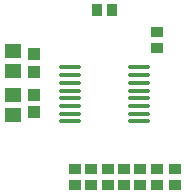
<source format=gtp>
G04 Layer_Color=7318015*
%FSLAX25Y25*%
%MOIN*%
G70*
G01*
G75*
%ADD11R,0.03937X0.03543*%
%ADD12R,0.05709X0.04921*%
%ADD13R,0.03937X0.04134*%
%ADD14R,0.04134X0.03543*%
%ADD15O,0.07874X0.01378*%
%ADD16R,0.03543X0.04134*%
D11*
X196500Y476657D02*
D03*
Y471343D02*
D03*
D12*
X148500Y449154D02*
D03*
Y455847D02*
D03*
Y463654D02*
D03*
Y470346D02*
D03*
D13*
X155500Y450047D02*
D03*
Y455953D02*
D03*
Y463547D02*
D03*
Y469453D02*
D03*
D14*
X180064Y431094D02*
D03*
Y425779D02*
D03*
X169064Y431094D02*
D03*
Y425779D02*
D03*
X174564Y431094D02*
D03*
Y425779D02*
D03*
X185500Y425843D02*
D03*
Y431157D02*
D03*
X191000Y425843D02*
D03*
Y431157D02*
D03*
X196500Y425843D02*
D03*
Y431157D02*
D03*
X202500Y425843D02*
D03*
Y431157D02*
D03*
D15*
X167583Y464957D02*
D03*
Y462398D02*
D03*
Y459839D02*
D03*
Y457279D02*
D03*
Y454720D02*
D03*
Y452161D02*
D03*
Y449602D02*
D03*
Y447043D02*
D03*
X190417Y464957D02*
D03*
Y462398D02*
D03*
Y459839D02*
D03*
Y457279D02*
D03*
Y454720D02*
D03*
Y452161D02*
D03*
Y449602D02*
D03*
Y447043D02*
D03*
D16*
X181658Y484000D02*
D03*
X176342D02*
D03*
M02*

</source>
